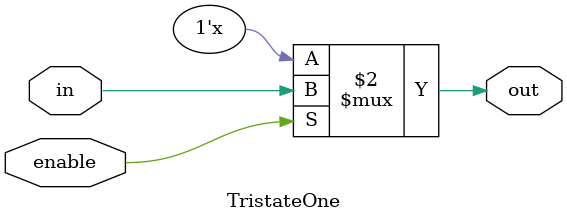
<source format=v>
`timescale 1ns / 1ps
module TristateOne(in,out,enable);
input enable;
input in;
output out;

assign out = (enable == 1) ? in : 1'bz;


endmodule

</source>
